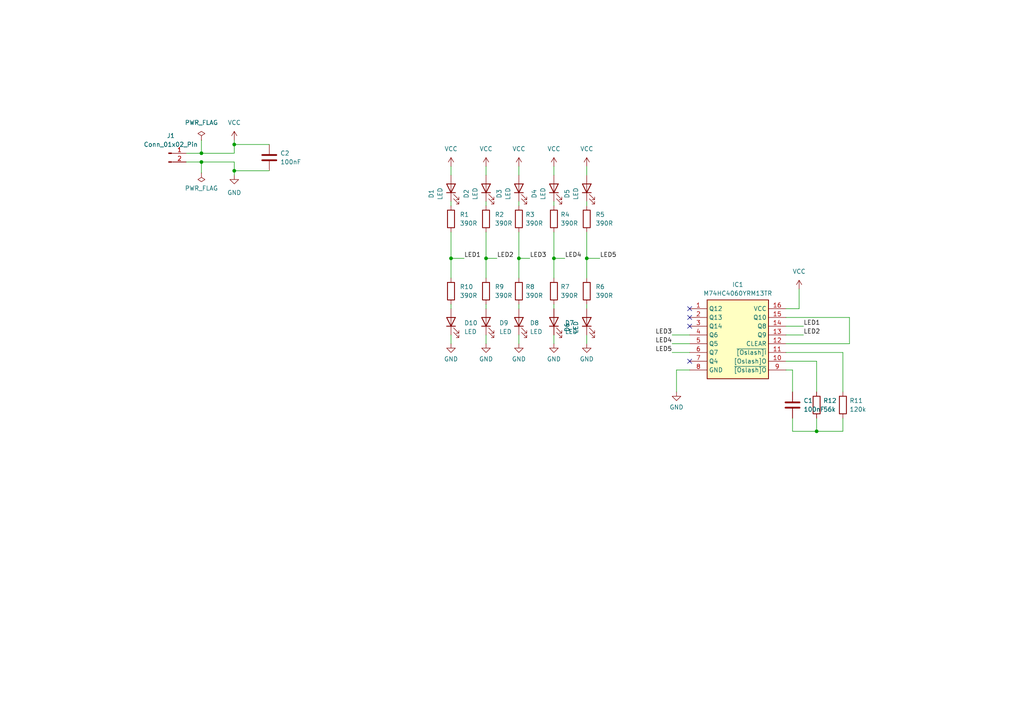
<source format=kicad_sch>
(kicad_sch (version 20231120) (generator "eeschema") (generator_version "8.0")
  (paper "A4")
  (lib_symbols
    (symbol "Connector:Conn_01x02_Pin" (pin_names (offset 1.016) hide)
      (property "Reference" "J" (at 0 2.54 0))
      (property "Value" "Conn_01x02_Pin" (at 0 -5.08 0))
      (symbol "Conn_01x02_Pin_1_1"
        (polyline (pts (xy 1.27 -2.54) (xy 0.8636 -2.54)) (stroke (width 0.1524)))
        (polyline (pts (xy 1.27 0) (xy 0.8636 0)) (stroke (width 0.1524)))
        (rectangle (start 0.8636 -2.413) (end 0 -2.667) (stroke (width 0.1524)) (fill (type outline)))
        (rectangle (start 0.8636 0.127) (end 0 -0.127) (stroke (width 0.1524)) (fill (type outline)))
        (pin passive line (at 5.08 0 180) (length 3.81) (name "Pin_1") (number "1"))
        (pin passive line (at 5.08 -2.54 180) (length 3.81) (name "Pin_2") (number "2"))
      )
    )
    (symbol "Device:C" (pin_numbers hide) (pin_names (offset 0.254))
      (property "Reference" "C" (at 0.635 2.54 0))
      (property "Value" "C" (at 0.635 -2.54 0))
      (symbol "C_0_1"
        (polyline (pts (xy -2.032 -0.762) (xy 2.032 -0.762)) (stroke (width 0.508)))
        (polyline (pts (xy -2.032 0.762) (xy 2.032 0.762)) (stroke (width 0.508)))
      )
      (symbol "C_1_1"
        (pin passive line (at 0 3.81 270) (length 2.794) (name "~") (number "1"))
        (pin passive line (at 0 -3.81 90) (length 2.794) (name "~") (number "2"))
      )
    )
    (symbol "Device:LED" (pin_numbers hide) (pin_names (offset 1.016) hide)
      (property "Reference" "D" (at 0 2.54 0))
      (property "Value" "LED" (at 0 -2.54 0))
      (symbol "LED_0_1"
        (polyline (pts (xy -1.27 -1.27) (xy -1.27 1.27)) (stroke (width 0.254)))
        (polyline (pts (xy -1.27 0) (xy 1.27 0)))
        (polyline (pts (xy 1.27 -1.27) (xy 1.27 1.27) (xy -1.27 0) (xy 1.27 -1.27)) (stroke (width 0.254)))
        (polyline (pts (xy -3.048 -0.762) (xy -4.572 -2.286) (xy -3.81 -2.286) (xy -4.572 -2.286) (xy -4.572 -1.524)))
        (polyline (pts (xy -1.778 -0.762) (xy -3.302 -2.286) (xy -2.54 -2.286) (xy -3.302 -2.286) (xy -3.302 -1.524)))
      )
      (symbol "LED_1_1"
        (pin passive line (at -3.81 0 0) (length 2.54) (name "K") (number "1"))
        (pin passive line (at 3.81 0 180) (length 2.54) (name "A") (number "2"))
      )
    )
    (symbol "Device:R" (pin_numbers hide) (pin_names (offset 0))
      (property "Reference" "R" (at 2.032 0 90))
      (property "Value" "R" (at 0 0 90))
      (symbol "R_0_1"
        (rectangle (start -1.016 -2.54) (end 1.016 2.54) (stroke (width 0.254)))
      )
      (symbol "R_1_1"
        (pin passive line (at 0 3.81 270) (length 1.27) (name "~") (number "1"))
        (pin passive line (at 0 -3.81 90) (length 1.27) (name "~") (number "2"))
      )
    )
    (symbol "SamacSys_Parts:M74HC4060YRM13TR"
      (property "Reference" "IC" (at 24.13 7.62 0))
      (property "Value" "M74HC4060YRM13TR" (at 24.13 5.08 0))
      (symbol "M74HC4060YRM13TR_1_1"
        (rectangle (start 5.08 2.54) (end 22.86 -20.32) (stroke (width 0.254)) (fill (type background)))
        (pin passive line (at 0 0 0) (length 5.08) (name "Q12") (number "1"))
        (pin passive line (at 27.94 -15.24 180) (length 5.08) (name "[Oslash]O") (number "10"))
        (pin passive line (at 27.94 -12.7 180) (length 5.08) (name "~{[Oslash]I}") (number "11"))
        (pin passive line (at 27.94 -10.16 180) (length 5.08) (name "CLEAR") (number "12"))
        (pin passive line (at 27.94 -7.62 180) (length 5.08) (name "Q9") (number "13"))
        (pin passive line (at 27.94 -5.08 180) (length 5.08) (name "Q8") (number "14"))
        (pin passive line (at 27.94 -2.54 180) (length 5.08) (name "Q10") (number "15"))
        (pin power_in line (at 27.94 0 180) (length 5.08) (name "VCC") (number "16"))
        (pin passive line (at 0 -2.54 0) (length 5.08) (name "Q13") (number "2"))
        (pin passive line (at 0 -5.08 0) (length 5.08) (name "Q14") (number "3"))
        (pin passive line (at 0 -7.62 0) (length 5.08) (name "Q6") (number "4"))
        (pin passive line (at 0 -10.16 0) (length 5.08) (name "Q5") (number "5"))
        (pin passive line (at 0 -12.7 0) (length 5.08) (name "Q7") (number "6"))
        (pin passive line (at 0 -15.24 0) (length 5.08) (name "Q4") (number "7"))
        (pin power_in line (at 0 -17.78 0) (length 5.08) (name "GND") (number "8"))
        (pin passive line (at 27.94 -17.78 180) (length 5.08) (name "~{[Oslash]O}") (number "9"))
      )
    )
    (symbol "power:GND" (power) (pin_names (offset 0))
      (property "Value" "GND" (at 0 -3.81 0))
      (symbol "GND_0_1"
        (polyline (pts (xy 0 0) (xy 0 -1.27) (xy 1.27 -1.27) (xy 0 -2.54) (xy -1.27 -1.27) (xy 0 -1.27)))
      )
      (symbol "GND_1_1"
        (pin power_in line (at 0 0 270) (length 0) hide (name "GND") (number "1"))
      )
    )
    (symbol "power:PWR_FLAG" (power) (pin_numbers hide) (pin_names (offset 0) hide)
      (property "Value" "PWR_FLAG" (at 0 3.81 0))
      (symbol "PWR_FLAG_0_0"
        (pin power_out line (at 0 0 90) (length 0) (name "pwr") (number "1"))
      )
      (symbol "PWR_FLAG_0_1"
        (polyline (pts (xy 0 0) (xy 0 1.27) (xy -1.016 1.905) (xy 0 2.54) (xy 1.016 1.905) (xy 0 1.27)))
      )
    )
    (symbol "power:VCC" (power) (pin_names (offset 0))
      (property "Value" "VCC" (at 0 3.81 0))
      (symbol "VCC_0_1"
        (polyline (pts (xy -0.762 1.27) (xy 0 2.54)))
        (polyline (pts (xy 0 0) (xy 0 2.54)))
        (polyline (pts (xy 0 2.54) (xy 0.762 1.27)))
      )
      (symbol "VCC_1_1"
        (pin power_in line (at 0 0 90) (length 0) hide (name "VCC") (number "1"))
      )
    )
  )
  (junction (at 140.97 74.93))
  (junction (at 170.18 74.93))
  (junction (at 67.945 41.91))
  (junction (at 150.495 74.93))
  (junction (at 58.42 46.99))
  (junction (at 67.945 49.53))
  (junction (at 58.42 44.45))
  (junction (at 130.81 74.93))
  (junction (at 236.855 125.095))
  (junction (at 160.655 74.93))
  (no_connect (at 200.025 94.615))
  (no_connect (at 200.025 92.075))
  (no_connect (at 200.025 104.775))
  (no_connect (at 200.025 89.535))
  (wire (pts (xy 229.87 107.315) (xy 229.87 113.665)))
  (wire (pts (xy 150.495 74.93) (xy 150.495 80.645)))
  (wire (pts (xy 227.965 104.775) (xy 236.855 104.775)))
  (wire (pts (xy 130.81 89.535) (xy 130.81 88.265)))
  (wire (pts (xy 170.18 74.93) (xy 170.18 80.645)))
  (wire (pts (xy 236.855 121.285) (xy 236.855 125.095)))
  (wire (pts (xy 130.81 74.93) (xy 130.81 80.645)))
  (wire (pts (xy 53.975 44.45) (xy 58.42 44.45)))
  (wire (pts (xy 170.18 99.695) (xy 170.18 97.155)))
  (wire (pts (xy 233.045 94.615) (xy 227.965 94.615)))
  (wire (pts (xy 58.42 46.99) (xy 67.945 46.99)))
  (wire (pts (xy 244.475 125.095) (xy 244.475 121.285)))
  (wire (pts (xy 194.945 99.695) (xy 200.025 99.695)))
  (wire (pts (xy 236.855 125.095) (xy 244.475 125.095)))
  (wire (pts (xy 227.965 102.235) (xy 244.475 102.235)))
  (wire (pts (xy 246.38 99.695) (xy 246.38 92.075)))
  (wire (pts (xy 140.97 74.93) (xy 140.97 80.645)))
  (wire (pts (xy 196.215 107.315) (xy 196.215 113.665)))
  (wire (pts (xy 194.945 102.235) (xy 200.025 102.235)))
  (wire (pts (xy 160.655 99.695) (xy 160.655 97.155)))
  (wire (pts (xy 163.83 74.93) (xy 160.655 74.93)))
  (wire (pts (xy 170.18 89.535) (xy 170.18 88.265)))
  (wire (pts (xy 246.38 92.075) (xy 227.965 92.075)))
  (wire (pts (xy 170.18 67.31) (xy 170.18 74.93)))
  (wire (pts (xy 244.475 113.665) (xy 244.475 102.235)))
  (wire (pts (xy 160.655 74.93) (xy 160.655 80.645)))
  (wire (pts (xy 130.81 67.31) (xy 130.81 74.93)))
  (wire (pts (xy 144.145 74.93) (xy 140.97 74.93)))
  (wire (pts (xy 67.945 49.53) (xy 67.945 50.8)))
  (wire (pts (xy 134.62 74.93) (xy 130.81 74.93)))
  (wire (pts (xy 58.42 46.99) (xy 58.42 50.165)))
  (wire (pts (xy 150.495 58.42) (xy 150.495 59.69)))
  (wire (pts (xy 67.945 46.99) (xy 67.945 49.53)))
  (wire (pts (xy 160.655 48.26) (xy 160.655 50.8)))
  (wire (pts (xy 229.87 121.285) (xy 229.87 125.095)))
  (wire (pts (xy 160.655 58.42) (xy 160.655 59.69)))
  (wire (pts (xy 130.81 58.42) (xy 130.81 59.69)))
  (wire (pts (xy 194.945 97.155) (xy 200.025 97.155)))
  (wire (pts (xy 236.855 104.775) (xy 236.855 113.665)))
  (wire (pts (xy 233.045 97.155) (xy 227.965 97.155)))
  (wire (pts (xy 140.97 58.42) (xy 140.97 59.69)))
  (wire (pts (xy 140.97 99.695) (xy 140.97 97.155)))
  (wire (pts (xy 150.495 67.31) (xy 150.495 74.93)))
  (wire (pts (xy 227.965 89.535) (xy 231.775 89.535)))
  (wire (pts (xy 140.97 67.31) (xy 140.97 74.93)))
  (wire (pts (xy 67.945 41.91) (xy 67.945 40.64)))
  (wire (pts (xy 140.97 48.26) (xy 140.97 50.8)))
  (wire (pts (xy 58.42 44.45) (xy 67.945 44.45)))
  (wire (pts (xy 150.495 48.26) (xy 150.495 50.8)))
  (wire (pts (xy 67.945 41.91) (xy 78.105 41.91)))
  (wire (pts (xy 160.655 67.31) (xy 160.655 74.93)))
  (wire (pts (xy 53.975 46.99) (xy 58.42 46.99)))
  (wire (pts (xy 130.81 48.26) (xy 130.81 50.8)))
  (wire (pts (xy 150.495 89.535) (xy 150.495 88.265)))
  (wire (pts (xy 227.965 107.315) (xy 229.87 107.315)))
  (wire (pts (xy 67.945 44.45) (xy 67.945 41.91)))
  (wire (pts (xy 58.42 44.45) (xy 58.42 40.64)))
  (wire (pts (xy 170.18 58.42) (xy 170.18 59.69)))
  (wire (pts (xy 160.655 89.535) (xy 160.655 88.265)))
  (wire (pts (xy 153.67 74.93) (xy 150.495 74.93)))
  (wire (pts (xy 130.81 99.695) (xy 130.81 97.155)))
  (wire (pts (xy 229.87 125.095) (xy 236.855 125.095)))
  (wire (pts (xy 200.025 107.315) (xy 196.215 107.315)))
  (wire (pts (xy 173.99 74.93) (xy 170.18 74.93)))
  (wire (pts (xy 67.945 49.53) (xy 78.105 49.53)))
  (wire (pts (xy 227.965 99.695) (xy 246.38 99.695)))
  (wire (pts (xy 140.97 89.535) (xy 140.97 88.265)))
  (wire (pts (xy 150.495 99.695) (xy 150.495 97.155)))
  (wire (pts (xy 170.18 48.26) (xy 170.18 50.8)))
  (wire (pts (xy 231.775 89.535) (xy 231.775 83.82)))
  (label "LED1" (at 134.62 74.93 0))
  (label "LED3" (at 153.67 74.93 0))
  (label "LED5" (at 173.99 74.93 0))
  (label "LED3" (at 194.945 97.155 180))
  (label "LED4" (at 163.83 74.93 0))
  (label "LED1" (at 233.045 94.615 0))
  (label "LED2" (at 144.145 74.93 0))
  (label "LED5" (at 194.945 102.235 180))
  (label "LED2" (at 233.045 97.155 0))
  (label "LED4" (at 194.945 99.695 180))
  (symbol (lib_id "Device:R") (at 140.97 84.455 0) (unit 1)
    (property "Reference" "R9" (at 143.51 83.185 0) (effects (justify left)))
    (property "Value" "390R" (at 143.51 85.725 0) (effects (justify left)))
    (property "Footprint" "Resistor_SMD:R_1206_3216Metric_Pad1.30x1.75mm_HandSolder" (effects (hide yes)))
  )
  (symbol (lib_id "power:GND") (at 196.215 113.665 0) (unit 1)
    (property "Reference" "#PWR04" (effects (hide yes)))
    (property "Value" "GND" (at 196.215 118.11 0))
  )
  (symbol (lib_id "Device:LED") (at 160.655 54.61 90) (unit 1)
    (property "Reference" "D4" (at 154.94 56.1975 0))
    (property "Value" "LED" (at 157.48 56.1975 0))
    (property "Footprint" "LED_SMD:LED_0805_2012Metric_Pad1.15x1.40mm_HandSolder" (effects (hide yes)))
  )
  (symbol (lib_id "power:GND") (at 170.18 99.695 0) (unit 1)
    (property "Reference" "#PWR014" (effects (hide yes)))
    (property "Value" "GND" (at 170.18 104.14 0))
  )
  (symbol (lib_id "power:VCC") (at 67.945 40.64 0) (unit 1)
    (property "Reference" "#PWR01" (effects (hide yes)))
    (property "Value" "VCC" (at 67.945 35.56 0))
  )
  (symbol (lib_id "power:GND") (at 140.97 99.695 0) (unit 1)
    (property "Reference" "#PWR011" (effects (hide yes)))
    (property "Value" "GND" (at 140.97 104.14 0))
  )
  (symbol (lib_id "Device:LED") (at 160.655 93.345 90) (unit 1)
    (property "Reference" "D7" (at 163.83 93.6625 90) (effects (justify right)))
    (property "Value" "LED" (at 163.83 96.2025 90) (effects (justify right)))
    (property "Footprint" "LED_SMD:LED_0805_2012Metric_Pad1.15x1.40mm_HandSolder" (effects (hide yes)))
  )
  (symbol (lib_id "Device:R") (at 236.855 117.475 180) (unit 1)
    (property "Reference" "R12" (at 238.76 116.205 0) (effects (justify right)))
    (property "Value" "56k" (at 238.76 118.745 0) (effects (justify right)))
    (property "Footprint" "Resistor_SMD:R_1206_3216Metric_Pad1.30x1.75mm_HandSolder" (effects (hide yes)))
  )
  (symbol (lib_id "Device:LED") (at 170.18 93.345 90) (unit 1)
    (property "Reference" "D6" (at 164.465 94.9325 0))
    (property "Value" "LED" (at 167.005 94.9325 0))
    (property "Footprint" "LED_SMD:LED_0805_2012Metric_Pad1.15x1.40mm_HandSolder" (effects (hide yes)))
  )
  (symbol (lib_id "power:VCC") (at 170.18 48.26 0) (unit 1)
    (property "Reference" "#PWR09" (effects (hide yes)))
    (property "Value" "VCC" (at 170.18 43.18 0))
  )
  (symbol (lib_id "Device:LED") (at 140.97 54.61 90) (unit 1)
    (property "Reference" "D2" (at 135.255 56.1975 0))
    (property "Value" "LED" (at 137.795 56.1975 0))
    (property "Footprint" "LED_SMD:LED_0805_2012Metric_Pad1.15x1.40mm_HandSolder" (effects (hide yes)))
  )
  (symbol (lib_id "power:GND") (at 150.495 99.695 0) (unit 1)
    (property "Reference" "#PWR012" (effects (hide yes)))
    (property "Value" "GND" (at 150.495 104.14 0))
  )
  (symbol (lib_id "power:VCC") (at 150.495 48.26 0) (unit 1)
    (property "Reference" "#PWR07" (effects (hide yes)))
    (property "Value" "VCC" (at 150.495 43.18 0))
  )
  (symbol (lib_id "Device:R") (at 130.81 63.5 180) (unit 1)
    (property "Reference" "R1" (at 133.35 62.23 0) (effects (justify right)))
    (property "Value" "390R" (at 133.35 64.77 0) (effects (justify right)))
    (property "Footprint" "Resistor_SMD:R_1206_3216Metric_Pad1.30x1.75mm_HandSolder" (effects (hide yes)))
  )
  (symbol (lib_id "Connector:Conn_01x02_Pin") (at 48.895 44.45 0) (unit 1)
    (property "Reference" "J1" (at 49.53 39.37 0))
    (property "Value" "Conn_01x02_Pin" (at 49.53 41.91 0))
    (property "Footprint" "Connector_PinHeader_2.54mm:PinHeader_1x02_P2.54mm_Vertical" (effects (hide yes)))
  )
  (symbol (lib_id "Device:R") (at 170.18 63.5 180) (unit 1)
    (property "Reference" "R5" (at 172.72 62.23 0) (effects (justify right)))
    (property "Value" "390R" (at 172.72 64.77 0) (effects (justify right)))
    (property "Footprint" "Resistor_SMD:R_1206_3216Metric_Pad1.30x1.75mm_HandSolder" (effects (hide yes)))
  )
  (symbol (lib_id "power:PWR_FLAG") (at 58.42 40.64 0) (unit 1)
    (property "Reference" "#FLG01" (effects (hide yes)))
    (property "Value" "PWR_FLAG" (at 58.42 35.56 0))
  )
  (symbol (lib_id "Device:R") (at 160.655 84.455 0) (unit 1)
    (property "Reference" "R7" (at 162.56 83.185 0) (effects (justify left)))
    (property "Value" "390R" (at 162.56 85.725 0) (effects (justify left)))
    (property "Footprint" "Resistor_SMD:R_1206_3216Metric_Pad1.30x1.75mm_HandSolder" (effects (hide yes)))
  )
  (symbol (lib_id "Device:R") (at 150.495 63.5 180) (unit 1)
    (property "Reference" "R3" (at 152.4 62.23 0) (effects (justify right)))
    (property "Value" "390R" (at 152.4 64.77 0) (effects (justify right)))
    (property "Footprint" "Resistor_SMD:R_1206_3216Metric_Pad1.30x1.75mm_HandSolder" (effects (hide yes)))
  )
  (symbol (lib_id "Device:R") (at 160.655 63.5 180) (unit 1)
    (property "Reference" "R4" (at 162.56 62.23 0) (effects (justify right)))
    (property "Value" "390R" (at 162.56 64.77 0) (effects (justify right)))
    (property "Footprint" "Resistor_SMD:R_1206_3216Metric_Pad1.30x1.75mm_HandSolder" (effects (hide yes)))
  )
  (symbol (lib_id "Device:R") (at 244.475 117.475 180) (unit 1)
    (property "Reference" "R11" (at 246.38 116.205 0) (effects (justify right)))
    (property "Value" "120k" (at 246.38 118.745 0) (effects (justify right)))
    (property "Footprint" "Resistor_SMD:R_1206_3216Metric_Pad1.30x1.75mm_HandSolder" (effects (hide yes)))
  )
  (symbol (lib_id "SamacSys_Parts:M74HC4060YRM13TR") (at 200.025 89.535 0) (unit 1)
    (property "Reference" "IC1" (at 213.995 82.55 0))
    (property "Value" "M74HC4060YRM13TR" (at 213.995 85.09 0))
    (property "Footprint" "SamacSys_Parts:SOIC127P600X175-16N" (effects (hide yes)))
    (property "Datasheet" "http://www.st.com/st-web-ui/static/active/en/resource/technical/document/datasheet/CD00000318.pdf" (effects (hide yes)))
    (property "Height" "1.75" (effects (hide yes)))
    (property "Manufacturer_Name" "STMicroelectronics" (effects (hide yes)))
    (property "Manufacturer_Part_Number" "M74HC4060YRM13TR" (effects (hide yes)))
    (property "Mouser Part Number" "511-M74HC4060YRM13TR" (effects (hide yes)))
    (property "Mouser Price/Stock" "https://www.mouser.co.uk/ProductDetail/STMicroelectronics/M74HC4060YRM13TR?qs=WHlX%252B%252B9%2FRwCg7B6Sv1P5yw%3D%3D" (effects (hide yes)))
    (property "Arrow Part Number" "M74HC4060YRM13TR" (effects (hide yes)))
    (property "Arrow Price/Stock" "https://www.arrow.com/en/products/m74hc4060yrm13tr/stmicroelectronics" (effects (hide yes)))
  )
  (symbol (lib_id "Device:C") (at 78.105 45.72 0) (unit 1)
    (property "Reference" "C2" (at 81.28 44.45 0) (effects (justify left)))
    (property "Value" "100nF" (at 81.28 46.99 0) (effects (justify left)))
    (property "Footprint" "Capacitor_SMD:C_0805_2012Metric_Pad1.18x1.45mm_HandSolder" (effects (hide yes)))
  )
  (symbol (lib_id "Device:LED") (at 130.81 54.61 90) (unit 1)
    (property "Reference" "D1" (at 125.095 56.1975 0))
    (property "Value" "LED" (at 127.635 56.1975 0))
    (property "Footprint" "LED_SMD:LED_0805_2012Metric_Pad1.15x1.40mm_HandSolder" (effects (hide yes)))
  )
  (symbol (lib_id "Device:R") (at 130.81 84.455 0) (unit 1)
    (property "Reference" "R10" (at 133.35 83.185 0) (effects (justify left)))
    (property "Value" "390R" (at 133.35 85.725 0) (effects (justify left)))
    (property "Footprint" "Resistor_SMD:R_1206_3216Metric_Pad1.30x1.75mm_HandSolder" (effects (hide yes)))
  )
  (symbol (lib_id "power:GND") (at 67.945 50.8 0) (unit 1)
    (property "Reference" "#PWR03" (effects (hide yes)))
    (property "Value" "GND" (at 67.945 55.88 0))
  )
  (symbol (lib_id "Device:LED") (at 150.495 93.345 90) (unit 1)
    (property "Reference" "D8" (at 153.67 93.6625 90) (effects (justify right)))
    (property "Value" "LED" (at 153.67 96.2025 90) (effects (justify right)))
    (property "Footprint" "LED_SMD:LED_0805_2012Metric_Pad1.15x1.40mm_HandSolder" (effects (hide yes)))
  )
  (symbol (lib_id "power:VCC") (at 160.655 48.26 0) (unit 1)
    (property "Reference" "#PWR08" (effects (hide yes)))
    (property "Value" "VCC" (at 160.655 43.18 0))
  )
  (symbol (lib_id "Device:LED") (at 150.495 54.61 90) (unit 1)
    (property "Reference" "D3" (at 144.78 56.1975 0))
    (property "Value" "LED" (at 147.32 56.1975 0))
    (property "Footprint" "LED_SMD:LED_0805_2012Metric_Pad1.15x1.40mm_HandSolder" (effects (hide yes)))
  )
  (symbol (lib_id "power:VCC") (at 231.775 83.82 0) (unit 1)
    (property "Reference" "#PWR02" (effects (hide yes)))
    (property "Value" "VCC" (at 231.775 78.74 0))
  )
  (symbol (lib_id "power:VCC") (at 130.81 48.26 0) (unit 1)
    (property "Reference" "#PWR05" (effects (hide yes)))
    (property "Value" "VCC" (at 130.81 43.18 0))
  )
  (symbol (lib_id "Device:R") (at 150.495 84.455 0) (unit 1)
    (property "Reference" "R8" (at 152.4 83.185 0) (effects (justify left)))
    (property "Value" "390R" (at 152.4 85.725 0) (effects (justify left)))
    (property "Footprint" "Resistor_SMD:R_1206_3216Metric_Pad1.30x1.75mm_HandSolder" (effects (hide yes)))
  )
  (symbol (lib_id "power:VCC") (at 140.97 48.26 0) (unit 1)
    (property "Reference" "#PWR06" (effects (hide yes)))
    (property "Value" "VCC" (at 140.97 43.18 0))
  )
  (symbol (lib_id "Device:R") (at 170.18 84.455 0) (unit 1)
    (property "Reference" "R6" (at 172.72 83.185 0) (effects (justify left)))
    (property "Value" "390R" (at 172.72 85.725 0) (effects (justify left)))
    (property "Footprint" "Resistor_SMD:R_1206_3216Metric_Pad1.30x1.75mm_HandSolder" (effects (hide yes)))
  )
  (symbol (lib_id "Device:R") (at 140.97 63.5 180) (unit 1)
    (property "Reference" "R2" (at 143.51 62.23 0) (effects (justify right)))
    (property "Value" "390R" (at 143.51 64.77 0) (effects (justify right)))
    (property "Footprint" "Resistor_SMD:R_1206_3216Metric_Pad1.30x1.75mm_HandSolder" (effects (hide yes)))
  )
  (symbol (lib_id "Device:LED") (at 170.18 54.61 90) (unit 1)
    (property "Reference" "D5" (at 164.465 56.1975 0))
    (property "Value" "LED" (at 167.005 56.1975 0))
    (property "Footprint" "LED_SMD:LED_0805_2012Metric_Pad1.15x1.40mm_HandSolder" (effects (hide yes)))
  )
  (symbol (lib_id "Device:LED") (at 130.81 93.345 90) (unit 1)
    (property "Reference" "D10" (at 134.62 93.6625 90) (effects (justify right)))
    (property "Value" "LED" (at 134.62 96.2025 90) (effects (justify right)))
    (property "Footprint" "LED_SMD:LED_0805_2012Metric_Pad1.15x1.40mm_HandSolder" (effects (hide yes)))
  )
  (symbol (lib_id "Device:LED") (at 140.97 93.345 90) (unit 1)
    (property "Reference" "D9" (at 144.78 93.6625 90) (effects (justify right)))
    (property "Value" "LED" (at 144.78 96.2025 90) (effects (justify right)))
    (property "Footprint" "LED_SMD:LED_0805_2012Metric_Pad1.15x1.40mm_HandSolder" (effects (hide yes)))
  )
  (symbol (lib_id "power:GND") (at 130.81 99.695 0) (unit 1)
    (property "Reference" "#PWR010" (effects (hide yes)))
    (property "Value" "GND" (at 130.81 104.14 0))
  )
  (symbol (lib_id "power:GND") (at 160.655 99.695 0) (unit 1)
    (property "Reference" "#PWR013" (effects (hide yes)))
    (property "Value" "GND" (at 160.655 104.14 0))
  )
  (symbol (lib_id "power:PWR_FLAG") (at 58.42 50.165 180) (unit 1)
    (property "Reference" "#FLG02" (effects (hide yes)))
    (property "Value" "PWR_FLAG" (at 58.42 54.61 0))
  )
  (symbol (lib_id "Device:C") (at 229.87 117.475 180) (unit 1)
    (property "Reference" "C1" (at 233.045 116.205 0) (effects (justify right)))
    (property "Value" "100nF" (at 233.045 118.745 0) (effects (justify right)))
    (property "Footprint" "Capacitor_SMD:C_0805_2012Metric_Pad1.18x1.45mm_HandSolder" (effects (hide yes)))
  )
)
</source>
